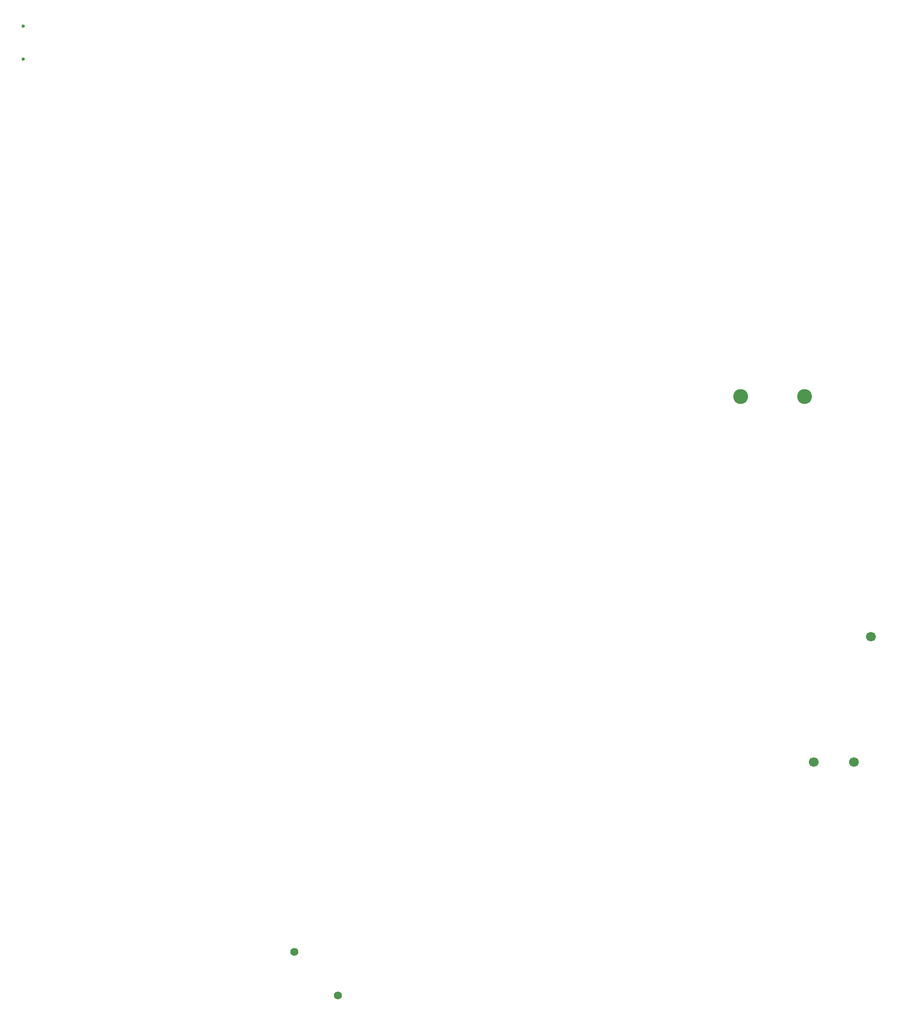
<source format=gbr>
%TF.GenerationSoftware,Altium Limited,Altium Designer,22.11.1 (43)*%
G04 Layer_Color=0*
%FSLAX43Y43*%
%MOMM*%
%TF.SameCoordinates,25A6F12C-B93B-4C7C-9F5B-633324915364*%
%TF.FilePolarity,Positive*%
%TF.FileFunction,NonPlated,1,2,NPTH,Drill*%
%TF.Part,CustomerPanel*%
G01*
G75*
%TA.AperFunction,ComponentDrill*%
%ADD123C,0.600*%
%ADD124C,2.600*%
%ADD125C,1.700*%
%ADD126C,1.400*%
D123*
X13680Y186755D02*
D03*
Y180975D02*
D03*
D124*
X150390Y121920D02*
D03*
X139190D02*
D03*
D125*
X159000Y58000D02*
D03*
X152000D02*
D03*
X162000Y80000D02*
D03*
D126*
X61090Y24810D02*
D03*
X68710Y17190D02*
D03*
%TF.MD5,3fb510d38224117fdb573c44ac8dab0e*%
M02*

</source>
